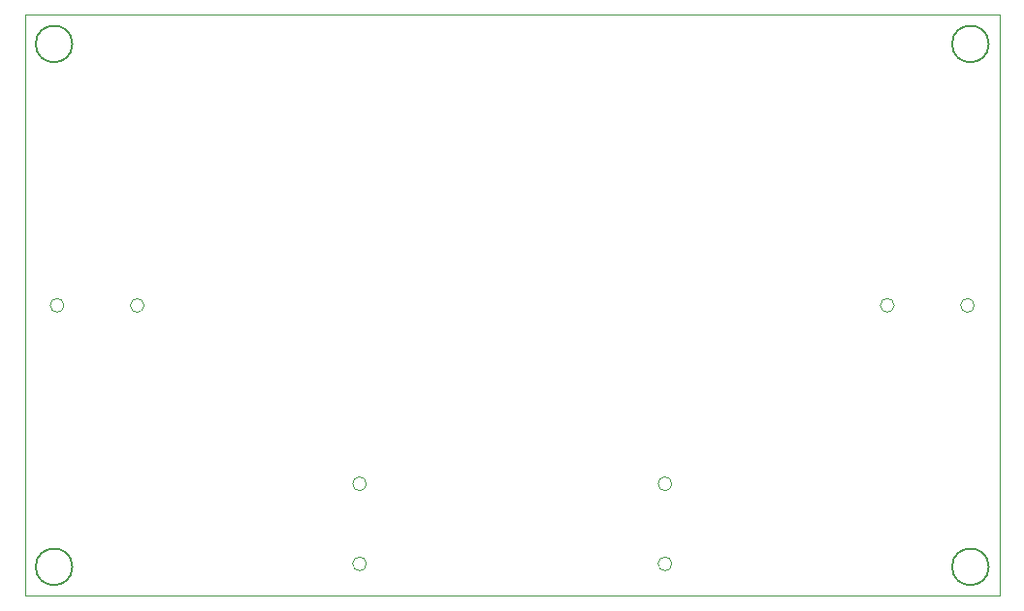
<source format=gbr>
%TF.GenerationSoftware,KiCad,Pcbnew,9.0.2*%
%TF.CreationDate,2025-12-24T14:08:25+02:00*%
%TF.ProjectId,party_line,70617274-795f-46c6-996e-652e6b696361,rev?*%
%TF.SameCoordinates,Original*%
%TF.FileFunction,Profile,NP*%
%FSLAX46Y46*%
G04 Gerber Fmt 4.6, Leading zero omitted, Abs format (unit mm)*
G04 Created by KiCad (PCBNEW 9.0.2) date 2025-12-24 14:08:25*
%MOMM*%
%LPD*%
G01*
G04 APERTURE LIST*
%TA.AperFunction,Profile*%
%ADD10C,0.200000*%
%TD*%
%TA.AperFunction,Profile*%
%ADD11C,0.100000*%
%TD*%
%TA.AperFunction,Profile*%
%ADD12C,0.050000*%
%TD*%
G04 APERTURE END LIST*
D10*
X175590000Y-63500000D02*
G75*
G02*
X172390000Y-63500000I-1600000J0D01*
G01*
X172390000Y-63500000D02*
G75*
G02*
X175590000Y-63500000I1600000J0D01*
G01*
X95580000Y-63500000D02*
G75*
G02*
X92380000Y-63500000I-1600000J0D01*
G01*
X92380000Y-63500000D02*
G75*
G02*
X95580000Y-63500000I1600000J0D01*
G01*
X95580000Y-109220000D02*
G75*
G02*
X92380000Y-109220000I-1600000J0D01*
G01*
X92380000Y-109220000D02*
G75*
G02*
X95580000Y-109220000I1600000J0D01*
G01*
X175590000Y-109220000D02*
G75*
G02*
X172390000Y-109220000I-1600000J0D01*
G01*
X172390000Y-109220000D02*
G75*
G02*
X175590000Y-109220000I1600000J0D01*
G01*
D11*
X176530000Y-60960000D02*
X176530000Y-111760000D01*
X91440000Y-60960000D02*
X176530000Y-60960000D01*
X91440000Y-111760000D02*
X91440000Y-60960000D01*
X91440000Y-111760000D02*
X176530000Y-111760000D01*
D12*
%TO.C,J1*%
X174330000Y-86360000D02*
G75*
G02*
X173130000Y-86360000I-600000J0D01*
G01*
X173130000Y-86360000D02*
G75*
G02*
X174330000Y-86360000I600000J0D01*
G01*
X167330000Y-86360000D02*
G75*
G02*
X166130000Y-86360000I-600000J0D01*
G01*
X166130000Y-86360000D02*
G75*
G02*
X167330000Y-86360000I600000J0D01*
G01*
%TO.C,J4*%
X121250000Y-108960000D02*
G75*
G02*
X120050000Y-108960000I-600000J0D01*
G01*
X120050000Y-108960000D02*
G75*
G02*
X121250000Y-108960000I600000J0D01*
G01*
X121250000Y-101960000D02*
G75*
G02*
X120050000Y-101960000I-600000J0D01*
G01*
X120050000Y-101960000D02*
G75*
G02*
X121250000Y-101960000I600000J0D01*
G01*
%TO.C,J3*%
X147920000Y-108960000D02*
G75*
G02*
X146720000Y-108960000I-600000J0D01*
G01*
X146720000Y-108960000D02*
G75*
G02*
X147920000Y-108960000I600000J0D01*
G01*
X147920000Y-101960000D02*
G75*
G02*
X146720000Y-101960000I-600000J0D01*
G01*
X146720000Y-101960000D02*
G75*
G02*
X147920000Y-101960000I600000J0D01*
G01*
%TO.C,J2*%
X94840000Y-86360000D02*
G75*
G02*
X93640000Y-86360000I-600000J0D01*
G01*
X93640000Y-86360000D02*
G75*
G02*
X94840000Y-86360000I600000J0D01*
G01*
X101840000Y-86360000D02*
G75*
G02*
X100640000Y-86360000I-600000J0D01*
G01*
X100640000Y-86360000D02*
G75*
G02*
X101840000Y-86360000I600000J0D01*
G01*
%TD*%
M02*

</source>
